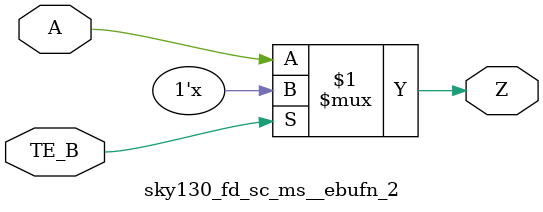
<source format=v>
/*
 * Copyright 2020 The SkyWater PDK Authors
 *
 * Licensed under the Apache License, Version 2.0 (the "License");
 * you may not use this file except in compliance with the License.
 * You may obtain a copy of the License at
 *
 *     https://www.apache.org/licenses/LICENSE-2.0
 *
 * Unless required by applicable law or agreed to in writing, software
 * distributed under the License is distributed on an "AS IS" BASIS,
 * WITHOUT WARRANTIES OR CONDITIONS OF ANY KIND, either express or implied.
 * See the License for the specific language governing permissions and
 * limitations under the License.
 *
 * SPDX-License-Identifier: Apache-2.0
*/


`ifndef SKY130_FD_SC_MS__EBUFN_2_FUNCTIONAL_V
`define SKY130_FD_SC_MS__EBUFN_2_FUNCTIONAL_V

/**
 * ebufn: Tri-state buffer, negative enable.
 *
 * Verilog simulation functional model.
 */

`timescale 1ns / 1ps
`default_nettype none

`celldefine
module sky130_fd_sc_ms__ebufn_2 (
    Z   ,
    A   ,
    TE_B
);

    // Module ports
    output Z   ;
    input  A   ;
    input  TE_B;

    //     Name     Output  Other arguments
    bufif0 bufif00 (Z     , A, TE_B        );

endmodule
`endcelldefine

`default_nettype wire
`endif  // SKY130_FD_SC_MS__EBUFN_2_FUNCTIONAL_V

</source>
